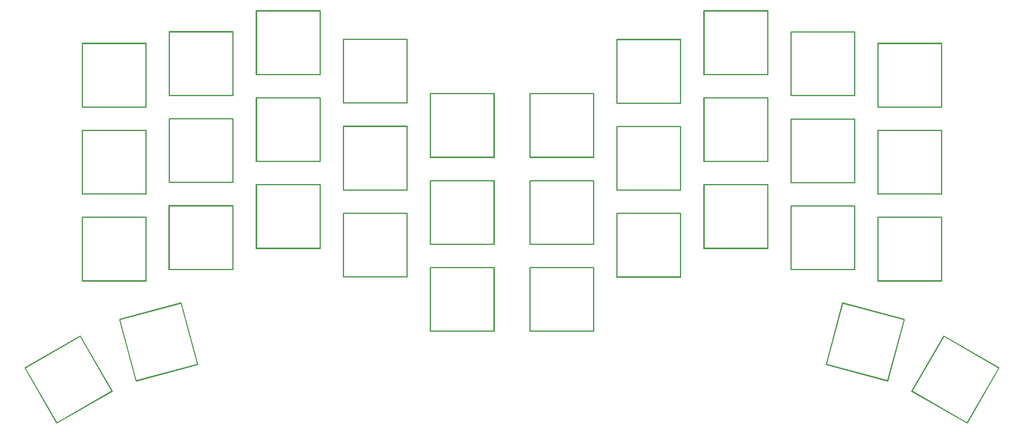
<source format=gbr>
G04 #@! TF.GenerationSoftware,KiCad,Pcbnew,(6.0.9)*
G04 #@! TF.CreationDate,2023-01-06T00:22:53-03:00*
G04 #@! TF.ProjectId,pulso - hybrid -rev2,70756c73-6f20-42d2-9068-796272696420,0.3*
G04 #@! TF.SameCoordinates,Original*
G04 #@! TF.FileFunction,Other,ECO2*
%FSLAX46Y46*%
G04 Gerber Fmt 4.6, Leading zero omitted, Abs format (unit mm)*
G04 Created by KiCad (PCBNEW (6.0.9)) date 2023-01-06 00:22:53*
%MOMM*%
%LPD*%
G01*
G04 APERTURE LIST*
%ADD10C,0.150000*%
G04 APERTURE END LIST*
D10*
X168625000Y-79725000D02*
X154625000Y-79725000D01*
X154625000Y-65725000D02*
X168625000Y-65725000D01*
X168625000Y-65725000D02*
X168625000Y-79725000D01*
X168525000Y-65825000D02*
X168525000Y-79625000D01*
X154625000Y-79725000D02*
X154625000Y-65725000D01*
X154725000Y-79625000D02*
X168525000Y-79625000D01*
X154725000Y-79625000D02*
X154725000Y-65825000D01*
X168525000Y-65825000D02*
X154725000Y-65825000D01*
X211750000Y-85150000D02*
X225550000Y-85150000D01*
X225550000Y-71350000D02*
X211750000Y-71350000D01*
X225650000Y-71250000D02*
X225650000Y-85250000D01*
X211650000Y-85250000D02*
X211650000Y-71250000D01*
X225550000Y-71350000D02*
X225550000Y-85150000D01*
X211650000Y-71250000D02*
X225650000Y-71250000D01*
X225650000Y-85250000D02*
X211650000Y-85250000D01*
X211750000Y-85150000D02*
X211750000Y-71350000D01*
X154625000Y-103725000D02*
X168625000Y-103725000D01*
X154725000Y-117625000D02*
X154725000Y-103825000D01*
X168525000Y-103825000D02*
X154725000Y-103825000D01*
X168625000Y-103725000D02*
X168625000Y-117725000D01*
X154625000Y-117725000D02*
X154625000Y-103725000D01*
X168525000Y-103825000D02*
X168525000Y-117625000D01*
X154725000Y-117625000D02*
X168525000Y-117625000D01*
X168625000Y-117725000D02*
X154625000Y-117725000D01*
X57040000Y-87633000D02*
X57040000Y-73833000D01*
X70940000Y-87733000D02*
X56940000Y-87733000D01*
X70840000Y-73833000D02*
X70840000Y-87633000D01*
X56940000Y-73733000D02*
X70940000Y-73733000D01*
X70840000Y-73833000D02*
X57040000Y-73833000D01*
X56940000Y-87733000D02*
X56940000Y-73733000D01*
X70940000Y-73733000D02*
X70940000Y-87733000D01*
X57040000Y-87633000D02*
X70840000Y-87633000D01*
X225650000Y-52250000D02*
X225650000Y-66250000D01*
X225550000Y-52350000D02*
X211750000Y-52350000D01*
X211750000Y-66150000D02*
X211750000Y-52350000D01*
X211650000Y-66250000D02*
X211650000Y-52250000D01*
X211650000Y-52250000D02*
X225650000Y-52250000D01*
X225550000Y-52350000D02*
X225550000Y-66150000D01*
X225650000Y-66250000D02*
X211650000Y-66250000D01*
X211750000Y-66150000D02*
X225550000Y-66150000D01*
X230605000Y-92733000D02*
X244605000Y-92733000D01*
X244505000Y-92833000D02*
X230705000Y-92833000D01*
X244605000Y-92733000D02*
X244605000Y-106733000D01*
X230705000Y-106633000D02*
X244505000Y-106633000D01*
X230605000Y-106733000D02*
X230605000Y-92733000D01*
X230705000Y-106633000D02*
X230705000Y-92833000D01*
X244605000Y-106733000D02*
X230605000Y-106733000D01*
X244505000Y-92833000D02*
X244505000Y-106633000D01*
X108820000Y-47725000D02*
X95020000Y-47725000D01*
X94920000Y-61625000D02*
X94920000Y-47625000D01*
X108920000Y-47625000D02*
X108920000Y-61625000D01*
X95020000Y-61525000D02*
X108820000Y-61525000D01*
X94920000Y-47625000D02*
X108920000Y-47625000D01*
X108820000Y-47725000D02*
X108820000Y-61525000D01*
X108920000Y-61625000D02*
X94920000Y-61625000D01*
X95020000Y-61525000D02*
X95020000Y-47725000D01*
X89920000Y-66193000D02*
X75920000Y-66193000D01*
X89820000Y-52293000D02*
X89820000Y-66093000D01*
X89920000Y-52193000D02*
X89920000Y-66193000D01*
X75920000Y-66193000D02*
X75920000Y-52193000D01*
X76020000Y-66093000D02*
X76020000Y-52293000D01*
X76020000Y-66093000D02*
X89820000Y-66093000D01*
X75920000Y-52193000D02*
X89920000Y-52193000D01*
X89820000Y-52293000D02*
X76020000Y-52293000D01*
X108920000Y-99625000D02*
X94920000Y-99625000D01*
X108820000Y-85725000D02*
X95020000Y-85725000D01*
X95020000Y-99525000D02*
X95020000Y-85725000D01*
X94920000Y-85625000D02*
X108920000Y-85625000D01*
X108820000Y-85725000D02*
X108820000Y-99525000D01*
X108920000Y-85625000D02*
X108920000Y-99625000D01*
X94920000Y-99625000D02*
X94920000Y-85625000D01*
X95020000Y-99525000D02*
X108820000Y-99525000D01*
X187627500Y-67887500D02*
X173627500Y-67887500D01*
X173627500Y-53887500D02*
X187627500Y-53887500D01*
X187527500Y-53987500D02*
X187527500Y-67787500D01*
X187527500Y-53987500D02*
X173727500Y-53987500D01*
X187627500Y-53887500D02*
X187627500Y-67887500D01*
X173627500Y-67887500D02*
X173627500Y-53887500D01*
X173727500Y-67787500D02*
X173727500Y-53987500D01*
X173727500Y-67787500D02*
X187527500Y-67787500D01*
X257137178Y-125666822D02*
X250137178Y-137791178D01*
X257000575Y-125703425D02*
X250100575Y-137654575D01*
X250137178Y-137791178D02*
X238012822Y-130791178D01*
X238149425Y-130754575D02*
X245049425Y-118803425D01*
X257000575Y-125703425D02*
X250100575Y-137654575D01*
X257000575Y-125703425D02*
X245049425Y-118803425D01*
X257000575Y-125703425D02*
X245049425Y-118803425D01*
X238149425Y-130754575D02*
X250100575Y-137654575D01*
X238149425Y-130754575D02*
X245049425Y-118803425D01*
X238149425Y-130754575D02*
X250100575Y-137654575D01*
X245012822Y-118666822D02*
X257137178Y-125666822D01*
X238012822Y-130791178D02*
X245012822Y-118666822D01*
X232839676Y-128573967D02*
X219316715Y-124950500D01*
X219439189Y-124879789D02*
X223010892Y-111550013D01*
X219446260Y-124892037D02*
X223017963Y-111562260D01*
X219439189Y-124879789D02*
X232768966Y-128451492D01*
X236463143Y-115051005D02*
X232839676Y-128573967D01*
X236347740Y-115133963D02*
X223017963Y-111562260D01*
X236340669Y-115121716D02*
X223010892Y-111550013D01*
X222940181Y-111427538D02*
X236463143Y-115051005D01*
X236340669Y-115121716D02*
X232768966Y-128451492D01*
X219316715Y-124950500D02*
X222940181Y-111427538D01*
X219446260Y-124892037D02*
X232776037Y-128463740D01*
X236347740Y-115133963D02*
X232776037Y-128463740D01*
X206525000Y-66725000D02*
X192725000Y-66725000D01*
X206625000Y-80625000D02*
X192625000Y-80625000D01*
X206525000Y-66725000D02*
X206525000Y-80525000D01*
X192725000Y-80525000D02*
X206525000Y-80525000D01*
X192625000Y-66625000D02*
X206625000Y-66625000D01*
X192725000Y-80525000D02*
X192725000Y-66725000D01*
X206625000Y-66625000D02*
X206625000Y-80625000D01*
X192625000Y-80625000D02*
X192625000Y-66625000D01*
X56940000Y-92733000D02*
X70940000Y-92733000D01*
X57040000Y-106633000D02*
X57040000Y-92833000D01*
X56940000Y-106733000D02*
X56940000Y-92733000D01*
X70940000Y-106733000D02*
X56940000Y-106733000D01*
X70840000Y-92833000D02*
X70840000Y-106633000D01*
X70840000Y-92833000D02*
X57040000Y-92833000D01*
X70940000Y-92733000D02*
X70940000Y-106733000D01*
X57040000Y-106633000D02*
X70840000Y-106633000D01*
X146920000Y-65725000D02*
X146920000Y-79725000D01*
X146820000Y-65825000D02*
X133020000Y-65825000D01*
X133020000Y-79625000D02*
X146820000Y-79625000D01*
X133020000Y-79625000D02*
X133020000Y-65825000D01*
X146820000Y-65825000D02*
X146820000Y-79625000D01*
X132920000Y-79725000D02*
X132920000Y-65725000D01*
X132920000Y-65725000D02*
X146920000Y-65725000D01*
X146920000Y-79725000D02*
X132920000Y-79725000D01*
X187627500Y-72887500D02*
X187627500Y-86887500D01*
X187627500Y-86887500D02*
X173627500Y-86887500D01*
X173727500Y-86787500D02*
X187527500Y-86787500D01*
X187527500Y-72987500D02*
X187527500Y-86787500D01*
X173627500Y-72887500D02*
X187627500Y-72887500D01*
X173627500Y-86887500D02*
X173627500Y-72887500D01*
X173727500Y-86787500D02*
X173727500Y-72987500D01*
X187527500Y-72987500D02*
X173727500Y-72987500D01*
X127920000Y-91850000D02*
X127920000Y-105850000D01*
X127820000Y-91950000D02*
X114020000Y-91950000D01*
X127820000Y-91950000D02*
X127820000Y-105750000D01*
X114020000Y-105750000D02*
X114020000Y-91950000D01*
X113920000Y-91850000D02*
X127920000Y-91850000D01*
X113920000Y-105850000D02*
X113920000Y-91850000D01*
X114020000Y-105750000D02*
X127820000Y-105750000D01*
X127920000Y-105850000D02*
X113920000Y-105850000D01*
X146920000Y-117725000D02*
X132920000Y-117725000D01*
X133020000Y-117625000D02*
X146820000Y-117625000D01*
X133020000Y-117625000D02*
X133020000Y-103825000D01*
X146820000Y-103825000D02*
X133020000Y-103825000D01*
X146820000Y-103825000D02*
X146820000Y-117625000D01*
X132920000Y-103725000D02*
X146920000Y-103725000D01*
X132920000Y-117725000D02*
X132920000Y-103725000D01*
X146920000Y-103725000D02*
X146920000Y-117725000D01*
X133020000Y-98625000D02*
X146820000Y-98625000D01*
X132920000Y-84725000D02*
X146920000Y-84725000D01*
X146820000Y-84825000D02*
X146820000Y-98625000D01*
X146820000Y-84825000D02*
X133020000Y-84825000D01*
X133020000Y-98625000D02*
X133020000Y-84825000D01*
X132920000Y-98725000D02*
X132920000Y-84725000D01*
X146920000Y-84725000D02*
X146920000Y-98725000D01*
X146920000Y-98725000D02*
X132920000Y-98725000D01*
X225550000Y-90350000D02*
X225550000Y-104150000D01*
X211650000Y-90250000D02*
X225650000Y-90250000D01*
X211650000Y-104250000D02*
X211650000Y-90250000D01*
X225650000Y-104250000D02*
X211650000Y-104250000D01*
X211750000Y-104150000D02*
X225550000Y-104150000D01*
X211750000Y-104150000D02*
X211750000Y-90350000D01*
X225650000Y-90250000D02*
X225650000Y-104250000D01*
X225550000Y-90350000D02*
X211750000Y-90350000D01*
X94920000Y-66625000D02*
X108920000Y-66625000D01*
X108920000Y-80625000D02*
X94920000Y-80625000D01*
X108920000Y-66625000D02*
X108920000Y-80625000D01*
X95020000Y-80525000D02*
X95020000Y-66725000D01*
X108820000Y-66725000D02*
X95020000Y-66725000D01*
X108820000Y-66725000D02*
X108820000Y-80525000D01*
X95020000Y-80525000D02*
X108820000Y-80525000D01*
X94920000Y-80625000D02*
X94920000Y-66625000D01*
X192725000Y-99525000D02*
X192725000Y-85725000D01*
X206525000Y-85725000D02*
X192725000Y-85725000D01*
X192625000Y-85625000D02*
X206625000Y-85625000D01*
X192725000Y-99525000D02*
X206525000Y-99525000D01*
X206525000Y-85725000D02*
X206525000Y-99525000D01*
X206625000Y-85625000D02*
X206625000Y-99625000D01*
X206625000Y-99625000D02*
X192625000Y-99625000D01*
X192625000Y-99625000D02*
X192625000Y-85625000D01*
X113920000Y-86850000D02*
X113920000Y-72850000D01*
X127920000Y-86850000D02*
X113920000Y-86850000D01*
X127820000Y-72950000D02*
X127820000Y-86750000D01*
X127920000Y-72850000D02*
X127920000Y-86850000D01*
X127820000Y-72950000D02*
X114020000Y-72950000D01*
X113920000Y-72850000D02*
X127920000Y-72850000D01*
X114020000Y-86750000D02*
X127820000Y-86750000D01*
X114020000Y-86750000D02*
X114020000Y-72950000D01*
X230705000Y-68633000D02*
X230705000Y-54833000D01*
X244605000Y-54733000D02*
X244605000Y-68733000D01*
X244605000Y-68733000D02*
X230605000Y-68733000D01*
X230605000Y-54733000D02*
X244605000Y-54733000D01*
X230705000Y-68633000D02*
X244505000Y-68633000D01*
X244505000Y-54833000D02*
X244505000Y-68633000D01*
X244505000Y-54833000D02*
X230705000Y-54833000D01*
X230605000Y-68733000D02*
X230605000Y-54733000D01*
X70840000Y-54833000D02*
X57040000Y-54833000D01*
X70940000Y-54733000D02*
X70940000Y-68733000D01*
X56940000Y-54733000D02*
X70940000Y-54733000D01*
X70940000Y-68733000D02*
X56940000Y-68733000D01*
X56940000Y-68733000D02*
X56940000Y-54733000D01*
X57040000Y-68633000D02*
X57040000Y-54833000D01*
X70840000Y-54833000D02*
X70840000Y-68633000D01*
X57040000Y-68633000D02*
X70840000Y-68633000D01*
X89920000Y-71193000D02*
X89920000Y-85193000D01*
X76020000Y-85093000D02*
X76020000Y-71293000D01*
X89820000Y-71293000D02*
X89820000Y-85093000D01*
X89820000Y-71293000D02*
X76020000Y-71293000D01*
X75920000Y-71193000D02*
X89920000Y-71193000D01*
X76020000Y-85093000D02*
X89820000Y-85093000D01*
X89920000Y-85193000D02*
X75920000Y-85193000D01*
X75920000Y-85193000D02*
X75920000Y-71193000D01*
X89875000Y-90200000D02*
X89875000Y-104200000D01*
X75975000Y-104100000D02*
X89775000Y-104100000D01*
X75975000Y-104100000D02*
X75975000Y-90300000D01*
X75875000Y-90200000D02*
X89875000Y-90200000D01*
X89775000Y-90300000D02*
X75975000Y-90300000D01*
X89875000Y-104200000D02*
X75875000Y-104200000D01*
X89775000Y-90300000D02*
X89775000Y-104100000D01*
X75875000Y-104200000D02*
X75875000Y-90200000D01*
X230605000Y-73733000D02*
X244605000Y-73733000D01*
X230705000Y-87633000D02*
X230705000Y-73833000D01*
X230705000Y-87633000D02*
X244505000Y-87633000D01*
X244605000Y-87733000D02*
X230605000Y-87733000D01*
X244505000Y-73833000D02*
X230705000Y-73833000D01*
X244605000Y-73733000D02*
X244605000Y-87733000D01*
X230605000Y-87733000D02*
X230605000Y-73733000D01*
X244505000Y-73833000D02*
X244505000Y-87633000D01*
X154725000Y-98625000D02*
X154725000Y-84825000D01*
X168625000Y-84725000D02*
X168625000Y-98725000D01*
X154625000Y-84725000D02*
X168625000Y-84725000D01*
X154625000Y-98725000D02*
X154625000Y-84725000D01*
X168525000Y-84825000D02*
X154725000Y-84825000D01*
X154725000Y-98625000D02*
X168525000Y-98625000D01*
X168625000Y-98725000D02*
X154625000Y-98725000D01*
X168525000Y-84825000D02*
X168525000Y-98625000D01*
X206625000Y-47625000D02*
X206625000Y-61625000D01*
X192625000Y-47625000D02*
X206625000Y-47625000D01*
X206525000Y-47725000D02*
X206525000Y-61525000D01*
X192725000Y-61525000D02*
X192725000Y-47725000D01*
X206525000Y-47725000D02*
X192725000Y-47725000D01*
X192625000Y-61625000D02*
X192625000Y-47625000D01*
X206625000Y-61625000D02*
X192625000Y-61625000D01*
X192725000Y-61525000D02*
X206525000Y-61525000D01*
X173627500Y-91887500D02*
X187627500Y-91887500D01*
X187527500Y-91987500D02*
X187527500Y-105787500D01*
X173727500Y-105787500D02*
X173727500Y-91987500D01*
X173627500Y-105887500D02*
X173627500Y-91887500D01*
X187527500Y-91987500D02*
X173727500Y-91987500D01*
X173727500Y-105787500D02*
X187527500Y-105787500D01*
X187627500Y-91887500D02*
X187627500Y-105887500D01*
X187627500Y-105887500D02*
X173627500Y-105887500D01*
X114020000Y-67750000D02*
X114020000Y-53950000D01*
X127820000Y-53950000D02*
X114020000Y-53950000D01*
X127920000Y-53850000D02*
X127920000Y-67850000D01*
X113920000Y-53850000D02*
X127920000Y-53850000D01*
X127920000Y-67850000D02*
X113920000Y-67850000D01*
X113920000Y-67850000D02*
X113920000Y-53850000D01*
X114020000Y-67750000D02*
X127820000Y-67750000D01*
X127820000Y-53950000D02*
X127820000Y-67750000D01*
X78527037Y-111562260D02*
X65197260Y-115133963D01*
X65062538Y-115056181D02*
X78585500Y-111432715D01*
X68768963Y-128463740D02*
X82098740Y-124892037D01*
X68686005Y-128579143D02*
X65062538Y-115056181D01*
X78585500Y-111432715D02*
X82208967Y-124955676D01*
X68756716Y-128456669D02*
X82086492Y-124884966D01*
X82208967Y-124955676D02*
X68686005Y-128579143D01*
X78514789Y-111555189D02*
X65185013Y-115126892D01*
X78514789Y-111555189D02*
X82086492Y-124884966D01*
X78527037Y-111562260D02*
X82098740Y-124892037D01*
X68768963Y-128463740D02*
X65197260Y-115133963D01*
X68756716Y-128456669D02*
X65185013Y-115126892D01*
X63532178Y-130791178D02*
X51407822Y-137791178D01*
X51444425Y-137654575D02*
X63395575Y-130754575D01*
X56495575Y-118803425D02*
X63395575Y-130754575D01*
X56495575Y-118803425D02*
X44544425Y-125703425D01*
X56495575Y-118803425D02*
X44544425Y-125703425D01*
X56532178Y-118666822D02*
X63532178Y-130791178D01*
X44407822Y-125666822D02*
X56532178Y-118666822D01*
X51444425Y-137654575D02*
X44544425Y-125703425D01*
X56495575Y-118803425D02*
X63395575Y-130754575D01*
X51407822Y-137791178D02*
X44407822Y-125666822D01*
X51444425Y-137654575D02*
X44544425Y-125703425D01*
X51444425Y-137654575D02*
X63395575Y-130754575D01*
M02*

</source>
